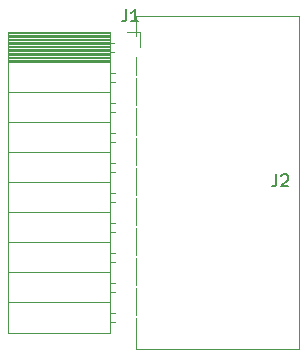
<source format=gto>
G04 #@! TF.GenerationSoftware,KiCad,Pcbnew,7.0.7*
G04 #@! TF.CreationDate,2023-11-28T10:34:37+01:00*
G04 #@! TF.ProjectId,wago kf141r adapter,7761676f-206b-4663-9134-317220616461,rev?*
G04 #@! TF.SameCoordinates,Original*
G04 #@! TF.FileFunction,Legend,Top*
G04 #@! TF.FilePolarity,Positive*
%FSLAX46Y46*%
G04 Gerber Fmt 4.6, Leading zero omitted, Abs format (unit mm)*
G04 Created by KiCad (PCBNEW 7.0.7) date 2023-11-28 10:34:37*
%MOMM*%
%LPD*%
G01*
G04 APERTURE LIST*
%ADD10C,0.150000*%
%ADD11C,0.120000*%
%ADD12R,1.700000X1.700000*%
%ADD13O,1.700000X1.700000*%
%ADD14C,2.000000*%
G04 APERTURE END LIST*
D10*
X138350666Y-72352819D02*
X138350666Y-73067104D01*
X138350666Y-73067104D02*
X138303047Y-73209961D01*
X138303047Y-73209961D02*
X138207809Y-73305200D01*
X138207809Y-73305200D02*
X138064952Y-73352819D01*
X138064952Y-73352819D02*
X137969714Y-73352819D01*
X139350666Y-73352819D02*
X138779238Y-73352819D01*
X139064952Y-73352819D02*
X139064952Y-72352819D01*
X139064952Y-72352819D02*
X138969714Y-72495676D01*
X138969714Y-72495676D02*
X138874476Y-72590914D01*
X138874476Y-72590914D02*
X138779238Y-72638533D01*
X151050666Y-86322819D02*
X151050666Y-87037104D01*
X151050666Y-87037104D02*
X151003047Y-87179961D01*
X151003047Y-87179961D02*
X150907809Y-87275200D01*
X150907809Y-87275200D02*
X150764952Y-87322819D01*
X150764952Y-87322819D02*
X150669714Y-87322819D01*
X151479238Y-86418057D02*
X151526857Y-86370438D01*
X151526857Y-86370438D02*
X151622095Y-86322819D01*
X151622095Y-86322819D02*
X151860190Y-86322819D01*
X151860190Y-86322819D02*
X151955428Y-86370438D01*
X151955428Y-86370438D02*
X152003047Y-86418057D01*
X152003047Y-86418057D02*
X152050666Y-86513295D01*
X152050666Y-86513295D02*
X152050666Y-86608533D01*
X152050666Y-86608533D02*
X152003047Y-86751390D01*
X152003047Y-86751390D02*
X151431619Y-87322819D01*
X151431619Y-87322819D02*
X152050666Y-87322819D01*
D11*
X128340000Y-74240000D02*
X128340000Y-99760000D01*
X128340000Y-74240000D02*
X136970000Y-74240000D01*
X128340000Y-74360000D02*
X136970000Y-74360000D01*
X128340000Y-74478095D02*
X136970000Y-74478095D01*
X128340000Y-74596190D02*
X136970000Y-74596190D01*
X128340000Y-74714285D02*
X136970000Y-74714285D01*
X128340000Y-74832380D02*
X136970000Y-74832380D01*
X128340000Y-74950475D02*
X136970000Y-74950475D01*
X128340000Y-75068570D02*
X136970000Y-75068570D01*
X128340000Y-75186665D02*
X136970000Y-75186665D01*
X128340000Y-75304760D02*
X136970000Y-75304760D01*
X128340000Y-75422855D02*
X136970000Y-75422855D01*
X128340000Y-75540950D02*
X136970000Y-75540950D01*
X128340000Y-75659045D02*
X136970000Y-75659045D01*
X128340000Y-75777140D02*
X136970000Y-75777140D01*
X128340000Y-75895235D02*
X136970000Y-75895235D01*
X128340000Y-76013330D02*
X136970000Y-76013330D01*
X128340000Y-76131425D02*
X136970000Y-76131425D01*
X128340000Y-76249520D02*
X136970000Y-76249520D01*
X128340000Y-76367615D02*
X136970000Y-76367615D01*
X128340000Y-76485710D02*
X136970000Y-76485710D01*
X128340000Y-76603805D02*
X136970000Y-76603805D01*
X128340000Y-76721900D02*
X136970000Y-76721900D01*
X128340000Y-76840000D02*
X136970000Y-76840000D01*
X128340000Y-79380000D02*
X136970000Y-79380000D01*
X128340000Y-81920000D02*
X136970000Y-81920000D01*
X128340000Y-84460000D02*
X136970000Y-84460000D01*
X128340000Y-87000000D02*
X136970000Y-87000000D01*
X128340000Y-89540000D02*
X136970000Y-89540000D01*
X128340000Y-92080000D02*
X136970000Y-92080000D01*
X128340000Y-94620000D02*
X136970000Y-94620000D01*
X128340000Y-97160000D02*
X136970000Y-97160000D01*
X128340000Y-99760000D02*
X136970000Y-99760000D01*
X136970000Y-74240000D02*
X136970000Y-99760000D01*
X136970000Y-75210000D02*
X137320000Y-75210000D01*
X136970000Y-75930000D02*
X137320000Y-75930000D01*
X136970000Y-77750000D02*
X137380000Y-77750000D01*
X136970000Y-78470000D02*
X137380000Y-78470000D01*
X136970000Y-80290000D02*
X137380000Y-80290000D01*
X136970000Y-81010000D02*
X137380000Y-81010000D01*
X136970000Y-82830000D02*
X137380000Y-82830000D01*
X136970000Y-83550000D02*
X137380000Y-83550000D01*
X136970000Y-85370000D02*
X137380000Y-85370000D01*
X136970000Y-86090000D02*
X137380000Y-86090000D01*
X136970000Y-87910000D02*
X137380000Y-87910000D01*
X136970000Y-88630000D02*
X137380000Y-88630000D01*
X136970000Y-90450000D02*
X137380000Y-90450000D01*
X136970000Y-91170000D02*
X137380000Y-91170000D01*
X136970000Y-92990000D02*
X137380000Y-92990000D01*
X136970000Y-93710000D02*
X137380000Y-93710000D01*
X136970000Y-95530000D02*
X137380000Y-95530000D01*
X136970000Y-96250000D02*
X137380000Y-96250000D01*
X136970000Y-98070000D02*
X137380000Y-98070000D01*
X136970000Y-98790000D02*
X137380000Y-98790000D01*
X138430000Y-74240000D02*
X139540000Y-74240000D01*
X139540000Y-74240000D02*
X139540000Y-75570000D01*
X152960000Y-72920000D02*
X139140000Y-72920000D01*
X152960000Y-72920000D02*
X152960000Y-101080000D01*
X139140000Y-72920000D02*
X139140000Y-101080000D01*
X152960000Y-101080000D02*
X139140000Y-101080000D01*
%LPC*%
D12*
X138430000Y-75570000D03*
D13*
X138430000Y-78110000D03*
X138430000Y-80650000D03*
X138430000Y-83190000D03*
X138430000Y-85730000D03*
X138430000Y-88270000D03*
X138430000Y-90810000D03*
X138430000Y-93350000D03*
X138430000Y-95890000D03*
X138430000Y-98430000D03*
D14*
X147350000Y-73980000D03*
X142270000Y-73980000D03*
X147350000Y-76520000D03*
X142270000Y-76520000D03*
X147350000Y-79060000D03*
X142270000Y-79060000D03*
X147350000Y-81600000D03*
X142270000Y-81600000D03*
X147350000Y-84140000D03*
X142270000Y-84140000D03*
X147350000Y-86680000D03*
X142270000Y-86680000D03*
X147350000Y-89220000D03*
X142270000Y-89220000D03*
X147350000Y-91760000D03*
X142270000Y-91760000D03*
X147350000Y-94300000D03*
X142270000Y-94300000D03*
X147350000Y-96840000D03*
X142270000Y-96840000D03*
%LPD*%
M02*

</source>
